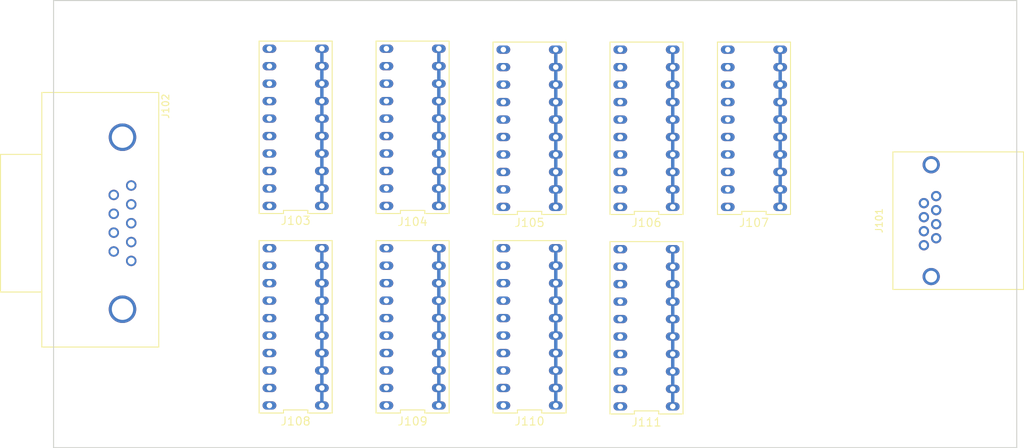
<source format=kicad_pcb>
(kicad_pcb (version 4) (host pcbnew 4.0.7)

  (general
    (links 172)
    (no_connects 172)
    (area 46.714999 39.924999 196.575001 105.075001)
    (thickness 1.6)
    (drawings 4)
    (tracks 18)
    (zones 0)
    (modules 11)
    (nets 19)
  )

  (page A4)
  (layers
    (0 F.Cu signal)
    (31 B.Cu signal)
    (32 B.Adhes user)
    (33 F.Adhes user)
    (34 B.Paste user)
    (35 F.Paste user)
    (36 B.SilkS user)
    (37 F.SilkS user)
    (38 B.Mask user)
    (39 F.Mask user)
    (40 Dwgs.User user)
    (41 Cmts.User user)
    (42 Eco1.User user)
    (43 Eco2.User user)
    (44 Edge.Cuts user)
    (45 Margin user)
    (46 B.CrtYd user)
    (47 F.CrtYd user)
    (48 B.Fab user)
    (49 F.Fab user)
  )

  (setup
    (last_trace_width 0.25)
    (trace_clearance 0.2)
    (zone_clearance 0.508)
    (zone_45_only no)
    (trace_min 0.2)
    (segment_width 0.2)
    (edge_width 0.15)
    (via_size 0.6)
    (via_drill 0.4)
    (via_min_size 0.4)
    (via_min_drill 0.3)
    (uvia_size 0.3)
    (uvia_drill 0.1)
    (uvias_allowed no)
    (uvia_min_size 0.2)
    (uvia_min_drill 0.1)
    (pcb_text_width 0.3)
    (pcb_text_size 1.5 1.5)
    (mod_edge_width 0.15)
    (mod_text_size 1 1)
    (mod_text_width 0.15)
    (pad_size 1.524 1.524)
    (pad_drill 0.762)
    (pad_to_mask_clearance 0.2)
    (aux_axis_origin 0 0)
    (visible_elements 7FFFFFFF)
    (pcbplotparams
      (layerselection 0x00030_80000001)
      (usegerberextensions false)
      (excludeedgelayer true)
      (linewidth 0.100000)
      (plotframeref false)
      (viasonmask false)
      (mode 1)
      (useauxorigin false)
      (hpglpennumber 1)
      (hpglpenspeed 20)
      (hpglpendiameter 15)
      (hpglpenoverlay 2)
      (psnegative false)
      (psa4output false)
      (plotreference true)
      (plotvalue true)
      (plotinvisibletext false)
      (padsonsilk false)
      (subtractmaskfromsilk false)
      (outputformat 1)
      (mirror false)
      (drillshape 1)
      (scaleselection 1)
      (outputdirectory ""))
  )

  (net 0 "")
  (net 1 /eth8)
  (net 2 /eth7)
  (net 3 /eth6)
  (net 4 /eth5)
  (net 5 /eth4)
  (net 6 /eth3)
  (net 7 /eth2)
  (net 8 /eth1)
  (net 9 /eth9)
  (net 10 /DB5)
  (net 11 /DB4)
  (net 12 /DB3)
  (net 13 /DB2)
  (net 14 /DB1)
  (net 15 /DB6)
  (net 16 /DB7)
  (net 17 /DB8)
  (net 18 /DB9)

  (net_class Default "Dies ist die voreingestellte Netzklasse."
    (clearance 0.2)
    (trace_width 0.25)
    (via_dia 0.6)
    (via_drill 0.4)
    (uvia_dia 0.3)
    (uvia_drill 0.1)
  )

  (net_class Alle ""
    (clearance 0.5)
    (trace_width 0.5)
    (via_dia 0.6)
    (via_drill 0.4)
    (uvia_dia 0.3)
    (uvia_drill 0.1)
    (add_net /DB1)
    (add_net /DB2)
    (add_net /DB3)
    (add_net /DB4)
    (add_net /DB5)
    (add_net /DB6)
    (add_net /DB7)
    (add_net /DB8)
    (add_net /DB9)
    (add_net /eth1)
    (add_net /eth2)
    (add_net /eth3)
    (add_net /eth4)
    (add_net /eth5)
    (add_net /eth6)
    (add_net /eth7)
    (add_net /eth8)
    (add_net /eth9)
  )

  (module EigeneFootprints:DIP-20_0_ELL (layer F.Cu) (tedit 0) (tstamp 5A9888A1)
    (at 107.19 58.43 90)
    (path /5A987A7F)
    (fp_text reference J104 (at -13.73 0 180) (layer F.SilkS)
      (effects (font (size 1.2 1.2) (thickness 0.15)))
    )
    (fp_text value Conn_02x10_Odd_Even (at 0 0 90) (layer F.Fab)
      (effects (font (size 1.2 1.2) (thickness 0.15)))
    )
    (fp_line (start -12.53 5.309999) (end 12.53 5.31) (layer F.SilkS) (width 0.15))
    (fp_line (start 12.53 5.31) (end 12.53 -5.309999) (layer F.SilkS) (width 0.15))
    (fp_line (start 12.53 -5.309999) (end -12.53 -5.31) (layer F.SilkS) (width 0.15))
    (fp_line (start -12.53 -5.31) (end -12.53 -1.77) (layer F.SilkS) (width 0.15))
    (fp_line (start -12.53 -1.77) (end -12.08 -1.77) (layer F.SilkS) (width 0.15))
    (fp_line (start -12.08 -1.77) (end -12.08 1.769999) (layer F.SilkS) (width 0.15))
    (fp_line (start -12.08 1.769999) (end -12.53 1.769999) (layer F.SilkS) (width 0.15))
    (fp_line (start -12.53 1.769999) (end -12.53 5.309999) (layer F.SilkS) (width 0.15))
    (pad 20 thru_hole oval (at -11.43 -3.81 90) (size 1.2 2) (drill 0.8) (layers *.Cu *.Mask))
    (pad 1 thru_hole oval (at -11.43 3.81 90) (size 1.2 2) (drill 0.8) (layers *.Cu *.Mask)
      (net 4 /eth5))
    (pad 19 thru_hole oval (at -8.89 -3.81 90) (size 1.2 2) (drill 0.8) (layers *.Cu *.Mask)
      (net 14 /DB1))
    (pad 2 thru_hole oval (at -8.89 3.81 90) (size 1.2 2) (drill 0.8) (layers *.Cu *.Mask)
      (net 4 /eth5))
    (pad 18 thru_hole oval (at -6.35 -3.81 90) (size 1.2 2) (drill 0.8) (layers *.Cu *.Mask)
      (net 13 /DB2))
    (pad 3 thru_hole oval (at -6.35 3.81 90) (size 1.2 2) (drill 0.8) (layers *.Cu *.Mask)
      (net 4 /eth5))
    (pad 17 thru_hole oval (at -3.81 -3.81 90) (size 1.2 2) (drill 0.8) (layers *.Cu *.Mask)
      (net 12 /DB3))
    (pad 4 thru_hole oval (at -3.81 3.81 90) (size 1.2 2) (drill 0.8) (layers *.Cu *.Mask)
      (net 4 /eth5))
    (pad 16 thru_hole oval (at -1.27 -3.81 90) (size 1.2 2) (drill 0.8) (layers *.Cu *.Mask)
      (net 11 /DB4))
    (pad 5 thru_hole oval (at -1.27 3.81 90) (size 1.2 2) (drill 0.8) (layers *.Cu *.Mask)
      (net 4 /eth5))
    (pad 15 thru_hole oval (at 1.27 -3.81 90) (size 1.2 2) (drill 0.8) (layers *.Cu *.Mask)
      (net 10 /DB5))
    (pad 6 thru_hole oval (at 1.27 3.81 90) (size 1.2 2) (drill 0.8) (layers *.Cu *.Mask)
      (net 4 /eth5))
    (pad 14 thru_hole oval (at 3.81 -3.81 90) (size 1.2 2) (drill 0.8) (layers *.Cu *.Mask)
      (net 15 /DB6))
    (pad 7 thru_hole oval (at 3.81 3.81 90) (size 1.2 2) (drill 0.8) (layers *.Cu *.Mask)
      (net 4 /eth5))
    (pad 13 thru_hole oval (at 6.35 -3.81 90) (size 1.2 2) (drill 0.8) (layers *.Cu *.Mask)
      (net 16 /DB7))
    (pad 8 thru_hole oval (at 6.35 3.81 90) (size 1.2 2) (drill 0.8) (layers *.Cu *.Mask)
      (net 4 /eth5))
    (pad 12 thru_hole oval (at 8.89 -3.81 90) (size 1.2 2) (drill 0.8) (layers *.Cu *.Mask)
      (net 17 /DB8))
    (pad 9 thru_hole oval (at 8.89 3.81 90) (size 1.2 2) (drill 0.8) (layers *.Cu *.Mask)
      (net 4 /eth5))
    (pad 11 thru_hole oval (at 11.43 -3.81 90) (size 1.2 2) (drill 0.8) (layers *.Cu *.Mask)
      (net 18 /DB9))
    (pad 10 thru_hole oval (at 11.43 3.81 90) (size 1.2 2) (drill 0.8) (layers *.Cu *.Mask)
      (net 4 /eth5))
  )

  (module EigeneFootprints:DIP-20_0_ELL (layer F.Cu) (tedit 0) (tstamp 5A988941)
    (at 107.19 87.43 90)
    (path /5A987B7B)
    (fp_text reference J109 (at -13.73 0 180) (layer F.SilkS)
      (effects (font (size 1.2 1.2) (thickness 0.15)))
    )
    (fp_text value Conn_02x10_Odd_Even (at 0 0 270) (layer F.Fab)
      (effects (font (size 1.2 1.2) (thickness 0.15)))
    )
    (fp_line (start -12.53 5.309999) (end 12.53 5.31) (layer F.SilkS) (width 0.15))
    (fp_line (start 12.53 5.31) (end 12.53 -5.309999) (layer F.SilkS) (width 0.15))
    (fp_line (start 12.53 -5.309999) (end -12.53 -5.31) (layer F.SilkS) (width 0.15))
    (fp_line (start -12.53 -5.31) (end -12.53 -1.77) (layer F.SilkS) (width 0.15))
    (fp_line (start -12.53 -1.77) (end -12.08 -1.77) (layer F.SilkS) (width 0.15))
    (fp_line (start -12.08 -1.77) (end -12.08 1.769999) (layer F.SilkS) (width 0.15))
    (fp_line (start -12.08 1.769999) (end -12.53 1.769999) (layer F.SilkS) (width 0.15))
    (fp_line (start -12.53 1.769999) (end -12.53 5.309999) (layer F.SilkS) (width 0.15))
    (pad 20 thru_hole oval (at -11.43 -3.81 90) (size 1.2 2) (drill 0.8) (layers *.Cu *.Mask))
    (pad 1 thru_hole oval (at -11.43 3.81 90) (size 1.2 2) (drill 0.8) (layers *.Cu *.Mask)
      (net 2 /eth7))
    (pad 19 thru_hole oval (at -8.89 -3.81 90) (size 1.2 2) (drill 0.8) (layers *.Cu *.Mask)
      (net 14 /DB1))
    (pad 2 thru_hole oval (at -8.89 3.81 90) (size 1.2 2) (drill 0.8) (layers *.Cu *.Mask)
      (net 2 /eth7))
    (pad 18 thru_hole oval (at -6.35 -3.81 90) (size 1.2 2) (drill 0.8) (layers *.Cu *.Mask)
      (net 13 /DB2))
    (pad 3 thru_hole oval (at -6.35 3.81 90) (size 1.2 2) (drill 0.8) (layers *.Cu *.Mask)
      (net 2 /eth7))
    (pad 17 thru_hole oval (at -3.81 -3.81 90) (size 1.2 2) (drill 0.8) (layers *.Cu *.Mask)
      (net 12 /DB3))
    (pad 4 thru_hole oval (at -3.81 3.81 90) (size 1.2 2) (drill 0.8) (layers *.Cu *.Mask)
      (net 2 /eth7))
    (pad 16 thru_hole oval (at -1.27 -3.81 90) (size 1.2 2) (drill 0.8) (layers *.Cu *.Mask)
      (net 11 /DB4))
    (pad 5 thru_hole oval (at -1.27 3.81 90) (size 1.2 2) (drill 0.8) (layers *.Cu *.Mask)
      (net 2 /eth7))
    (pad 15 thru_hole oval (at 1.27 -3.81 90) (size 1.2 2) (drill 0.8) (layers *.Cu *.Mask)
      (net 10 /DB5))
    (pad 6 thru_hole oval (at 1.27 3.81 90) (size 1.2 2) (drill 0.8) (layers *.Cu *.Mask)
      (net 2 /eth7))
    (pad 14 thru_hole oval (at 3.81 -3.81 90) (size 1.2 2) (drill 0.8) (layers *.Cu *.Mask)
      (net 15 /DB6))
    (pad 7 thru_hole oval (at 3.81 3.81 90) (size 1.2 2) (drill 0.8) (layers *.Cu *.Mask)
      (net 2 /eth7))
    (pad 13 thru_hole oval (at 6.35 -3.81 90) (size 1.2 2) (drill 0.8) (layers *.Cu *.Mask)
      (net 16 /DB7))
    (pad 8 thru_hole oval (at 6.35 3.81 90) (size 1.2 2) (drill 0.8) (layers *.Cu *.Mask)
      (net 2 /eth7))
    (pad 12 thru_hole oval (at 8.89 -3.81 90) (size 1.2 2) (drill 0.8) (layers *.Cu *.Mask)
      (net 17 /DB8))
    (pad 9 thru_hole oval (at 8.89 3.81 90) (size 1.2 2) (drill 0.8) (layers *.Cu *.Mask)
      (net 2 /eth7))
    (pad 11 thru_hole oval (at 11.43 -3.81 90) (size 1.2 2) (drill 0.8) (layers *.Cu *.Mask)
      (net 18 /DB9))
    (pad 10 thru_hole oval (at 11.43 3.81 90) (size 1.2 2) (drill 0.8) (layers *.Cu *.Mask)
      (net 2 /eth7))
  )

  (module EigeneFootprints:DIP-20_0_ELL (layer F.Cu) (tedit 0) (tstamp 5A988881)
    (at 90.19 58.43 90)
    (path /5A987A31)
    (fp_text reference J103 (at -13.57 0 180) (layer F.SilkS)
      (effects (font (size 1.2 1.2) (thickness 0.15)))
    )
    (fp_text value Conn_02x10_Odd_Even (at 0 0 90) (layer F.Fab)
      (effects (font (size 1.2 1.2) (thickness 0.15)))
    )
    (fp_line (start -12.53 5.309999) (end 12.53 5.31) (layer F.SilkS) (width 0.15))
    (fp_line (start 12.53 5.31) (end 12.53 -5.309999) (layer F.SilkS) (width 0.15))
    (fp_line (start 12.53 -5.309999) (end -12.53 -5.31) (layer F.SilkS) (width 0.15))
    (fp_line (start -12.53 -5.31) (end -12.53 -1.77) (layer F.SilkS) (width 0.15))
    (fp_line (start -12.53 -1.77) (end -12.08 -1.77) (layer F.SilkS) (width 0.15))
    (fp_line (start -12.08 -1.77) (end -12.08 1.769999) (layer F.SilkS) (width 0.15))
    (fp_line (start -12.08 1.769999) (end -12.53 1.769999) (layer F.SilkS) (width 0.15))
    (fp_line (start -12.53 1.769999) (end -12.53 5.309999) (layer F.SilkS) (width 0.15))
    (pad 20 thru_hole oval (at -11.43 -3.81 90) (size 1.2 2) (drill 0.8) (layers *.Cu *.Mask))
    (pad 1 thru_hole oval (at -11.43 3.81 90) (size 1.2 2) (drill 0.8) (layers *.Cu *.Mask)
      (net 5 /eth4))
    (pad 19 thru_hole oval (at -8.89 -3.81 90) (size 1.2 2) (drill 0.8) (layers *.Cu *.Mask)
      (net 14 /DB1))
    (pad 2 thru_hole oval (at -8.89 3.81 90) (size 1.2 2) (drill 0.8) (layers *.Cu *.Mask)
      (net 5 /eth4))
    (pad 18 thru_hole oval (at -6.35 -3.81 90) (size 1.2 2) (drill 0.8) (layers *.Cu *.Mask)
      (net 13 /DB2))
    (pad 3 thru_hole oval (at -6.35 3.81 90) (size 1.2 2) (drill 0.8) (layers *.Cu *.Mask)
      (net 5 /eth4))
    (pad 17 thru_hole oval (at -3.81 -3.81 90) (size 1.2 2) (drill 0.8) (layers *.Cu *.Mask)
      (net 12 /DB3))
    (pad 4 thru_hole oval (at -3.81 3.81 90) (size 1.2 2) (drill 0.8) (layers *.Cu *.Mask)
      (net 5 /eth4))
    (pad 16 thru_hole oval (at -1.27 -3.81 90) (size 1.2 2) (drill 0.8) (layers *.Cu *.Mask)
      (net 11 /DB4))
    (pad 5 thru_hole oval (at -1.27 3.81 90) (size 1.2 2) (drill 0.8) (layers *.Cu *.Mask)
      (net 5 /eth4))
    (pad 15 thru_hole oval (at 1.27 -3.81 90) (size 1.2 2) (drill 0.8) (layers *.Cu *.Mask)
      (net 10 /DB5))
    (pad 6 thru_hole oval (at 1.27 3.81 90) (size 1.2 2) (drill 0.8) (layers *.Cu *.Mask)
      (net 5 /eth4))
    (pad 14 thru_hole oval (at 3.81 -3.81 90) (size 1.2 2) (drill 0.8) (layers *.Cu *.Mask)
      (net 15 /DB6))
    (pad 7 thru_hole oval (at 3.81 3.81 90) (size 1.2 2) (drill 0.8) (layers *.Cu *.Mask)
      (net 5 /eth4))
    (pad 13 thru_hole oval (at 6.35 -3.81 90) (size 1.2 2) (drill 0.8) (layers *.Cu *.Mask)
      (net 16 /DB7))
    (pad 8 thru_hole oval (at 6.35 3.81 90) (size 1.2 2) (drill 0.8) (layers *.Cu *.Mask)
      (net 5 /eth4))
    (pad 12 thru_hole oval (at 8.89 -3.81 90) (size 1.2 2) (drill 0.8) (layers *.Cu *.Mask)
      (net 17 /DB8))
    (pad 9 thru_hole oval (at 8.89 3.81 90) (size 1.2 2) (drill 0.8) (layers *.Cu *.Mask)
      (net 5 /eth4))
    (pad 11 thru_hole oval (at 11.43 -3.81 90) (size 1.2 2) (drill 0.8) (layers *.Cu *.Mask)
      (net 18 /DB9))
    (pad 10 thru_hole oval (at 11.43 3.81 90) (size 1.2 2) (drill 0.8) (layers *.Cu *.Mask)
      (net 5 /eth4))
  )

  (module EigeneFootprints:DIP-20_0_ELL (layer F.Cu) (tedit 0) (tstamp 5A988921)
    (at 90.19 87.43 90)
    (path /5A987BD7)
    (fp_text reference J108 (at -13.73 0 180) (layer F.SilkS)
      (effects (font (size 1.2 1.2) (thickness 0.15)))
    )
    (fp_text value Conn_02x10_Odd_Even (at 0 0 90) (layer F.Fab)
      (effects (font (size 1.2 1.2) (thickness 0.15)))
    )
    (fp_line (start -12.53 5.309999) (end 12.53 5.31) (layer F.SilkS) (width 0.15))
    (fp_line (start 12.53 5.31) (end 12.53 -5.309999) (layer F.SilkS) (width 0.15))
    (fp_line (start 12.53 -5.309999) (end -12.53 -5.31) (layer F.SilkS) (width 0.15))
    (fp_line (start -12.53 -5.31) (end -12.53 -1.77) (layer F.SilkS) (width 0.15))
    (fp_line (start -12.53 -1.77) (end -12.08 -1.77) (layer F.SilkS) (width 0.15))
    (fp_line (start -12.08 -1.77) (end -12.08 1.769999) (layer F.SilkS) (width 0.15))
    (fp_line (start -12.08 1.769999) (end -12.53 1.769999) (layer F.SilkS) (width 0.15))
    (fp_line (start -12.53 1.769999) (end -12.53 5.309999) (layer F.SilkS) (width 0.15))
    (pad 20 thru_hole oval (at -11.43 -3.81 90) (size 1.2 2) (drill 0.8) (layers *.Cu *.Mask))
    (pad 1 thru_hole oval (at -11.43 3.81 90) (size 1.2 2) (drill 0.8) (layers *.Cu *.Mask)
      (net 3 /eth6))
    (pad 19 thru_hole oval (at -8.89 -3.81 90) (size 1.2 2) (drill 0.8) (layers *.Cu *.Mask)
      (net 14 /DB1))
    (pad 2 thru_hole oval (at -8.89 3.81 90) (size 1.2 2) (drill 0.8) (layers *.Cu *.Mask)
      (net 3 /eth6))
    (pad 18 thru_hole oval (at -6.35 -3.81 90) (size 1.2 2) (drill 0.8) (layers *.Cu *.Mask)
      (net 13 /DB2))
    (pad 3 thru_hole oval (at -6.35 3.81 90) (size 1.2 2) (drill 0.8) (layers *.Cu *.Mask)
      (net 3 /eth6))
    (pad 17 thru_hole oval (at -3.81 -3.81 90) (size 1.2 2) (drill 0.8) (layers *.Cu *.Mask)
      (net 12 /DB3))
    (pad 4 thru_hole oval (at -3.81 3.81 90) (size 1.2 2) (drill 0.8) (layers *.Cu *.Mask)
      (net 3 /eth6))
    (pad 16 thru_hole oval (at -1.27 -3.81 90) (size 1.2 2) (drill 0.8) (layers *.Cu *.Mask)
      (net 11 /DB4))
    (pad 5 thru_hole oval (at -1.27 3.81 90) (size 1.2 2) (drill 0.8) (layers *.Cu *.Mask)
      (net 3 /eth6))
    (pad 15 thru_hole oval (at 1.27 -3.81 90) (size 1.2 2) (drill 0.8) (layers *.Cu *.Mask)
      (net 10 /DB5))
    (pad 6 thru_hole oval (at 1.27 3.81 90) (size 1.2 2) (drill 0.8) (layers *.Cu *.Mask)
      (net 3 /eth6))
    (pad 14 thru_hole oval (at 3.81 -3.81 90) (size 1.2 2) (drill 0.8) (layers *.Cu *.Mask)
      (net 15 /DB6))
    (pad 7 thru_hole oval (at 3.81 3.81 90) (size 1.2 2) (drill 0.8) (layers *.Cu *.Mask)
      (net 3 /eth6))
    (pad 13 thru_hole oval (at 6.35 -3.81 90) (size 1.2 2) (drill 0.8) (layers *.Cu *.Mask)
      (net 16 /DB7))
    (pad 8 thru_hole oval (at 6.35 3.81 90) (size 1.2 2) (drill 0.8) (layers *.Cu *.Mask)
      (net 3 /eth6))
    (pad 12 thru_hole oval (at 8.89 -3.81 90) (size 1.2 2) (drill 0.8) (layers *.Cu *.Mask)
      (net 17 /DB8))
    (pad 9 thru_hole oval (at 8.89 3.81 90) (size 1.2 2) (drill 0.8) (layers *.Cu *.Mask)
      (net 3 /eth6))
    (pad 11 thru_hole oval (at 11.43 -3.81 90) (size 1.2 2) (drill 0.8) (layers *.Cu *.Mask)
      (net 18 /DB9))
    (pad 10 thru_hole oval (at 11.43 3.81 90) (size 1.2 2) (drill 0.8) (layers *.Cu *.Mask)
      (net 3 /eth6))
  )

  (module EigeneFootprints:DIP-20_0_ELL (layer F.Cu) (tedit 0) (tstamp 5A9888E1)
    (at 141.19 58.57 90)
    (path /5A9879B2)
    (fp_text reference J106 (at -13.73 0 180) (layer F.SilkS)
      (effects (font (size 1.2 1.2) (thickness 0.15)))
    )
    (fp_text value Conn_02x10_Odd_Even (at 0 0 90) (layer F.Fab)
      (effects (font (size 1.2 1.2) (thickness 0.15)))
    )
    (fp_line (start -12.53 5.309999) (end 12.53 5.31) (layer F.SilkS) (width 0.15))
    (fp_line (start 12.53 5.31) (end 12.53 -5.309999) (layer F.SilkS) (width 0.15))
    (fp_line (start 12.53 -5.309999) (end -12.53 -5.31) (layer F.SilkS) (width 0.15))
    (fp_line (start -12.53 -5.31) (end -12.53 -1.77) (layer F.SilkS) (width 0.15))
    (fp_line (start -12.53 -1.77) (end -12.08 -1.77) (layer F.SilkS) (width 0.15))
    (fp_line (start -12.08 -1.77) (end -12.08 1.769999) (layer F.SilkS) (width 0.15))
    (fp_line (start -12.08 1.769999) (end -12.53 1.769999) (layer F.SilkS) (width 0.15))
    (fp_line (start -12.53 1.769999) (end -12.53 5.309999) (layer F.SilkS) (width 0.15))
    (pad 20 thru_hole oval (at -11.43 -3.81 90) (size 1.2 2) (drill 0.8) (layers *.Cu *.Mask))
    (pad 1 thru_hole oval (at -11.43 3.81 90) (size 1.2 2) (drill 0.8) (layers *.Cu *.Mask)
      (net 7 /eth2))
    (pad 19 thru_hole oval (at -8.89 -3.81 90) (size 1.2 2) (drill 0.8) (layers *.Cu *.Mask)
      (net 14 /DB1))
    (pad 2 thru_hole oval (at -8.89 3.81 90) (size 1.2 2) (drill 0.8) (layers *.Cu *.Mask)
      (net 7 /eth2))
    (pad 18 thru_hole oval (at -6.35 -3.81 90) (size 1.2 2) (drill 0.8) (layers *.Cu *.Mask)
      (net 13 /DB2))
    (pad 3 thru_hole oval (at -6.35 3.81 90) (size 1.2 2) (drill 0.8) (layers *.Cu *.Mask)
      (net 7 /eth2))
    (pad 17 thru_hole oval (at -3.81 -3.81 90) (size 1.2 2) (drill 0.8) (layers *.Cu *.Mask)
      (net 12 /DB3))
    (pad 4 thru_hole oval (at -3.81 3.81 90) (size 1.2 2) (drill 0.8) (layers *.Cu *.Mask)
      (net 7 /eth2))
    (pad 16 thru_hole oval (at -1.27 -3.81 90) (size 1.2 2) (drill 0.8) (layers *.Cu *.Mask)
      (net 11 /DB4))
    (pad 5 thru_hole oval (at -1.27 3.81 90) (size 1.2 2) (drill 0.8) (layers *.Cu *.Mask)
      (net 7 /eth2))
    (pad 15 thru_hole oval (at 1.27 -3.81 90) (size 1.2 2) (drill 0.8) (layers *.Cu *.Mask)
      (net 10 /DB5))
    (pad 6 thru_hole oval (at 1.27 3.81 90) (size 1.2 2) (drill 0.8) (layers *.Cu *.Mask)
      (net 7 /eth2))
    (pad 14 thru_hole oval (at 3.81 -3.81 90) (size 1.2 2) (drill 0.8) (layers *.Cu *.Mask)
      (net 15 /DB6))
    (pad 7 thru_hole oval (at 3.81 3.81 90) (size 1.2 2) (drill 0.8) (layers *.Cu *.Mask)
      (net 7 /eth2))
    (pad 13 thru_hole oval (at 6.35 -3.81 90) (size 1.2 2) (drill 0.8) (layers *.Cu *.Mask)
      (net 16 /DB7))
    (pad 8 thru_hole oval (at 6.35 3.81 90) (size 1.2 2) (drill 0.8) (layers *.Cu *.Mask)
      (net 7 /eth2))
    (pad 12 thru_hole oval (at 8.89 -3.81 90) (size 1.2 2) (drill 0.8) (layers *.Cu *.Mask)
      (net 17 /DB8))
    (pad 9 thru_hole oval (at 8.89 3.81 90) (size 1.2 2) (drill 0.8) (layers *.Cu *.Mask)
      (net 7 /eth2))
    (pad 11 thru_hole oval (at 11.43 -3.81 90) (size 1.2 2) (drill 0.8) (layers *.Cu *.Mask)
      (net 18 /DB9))
    (pad 10 thru_hole oval (at 11.43 3.81 90) (size 1.2 2) (drill 0.8) (layers *.Cu *.Mask)
      (net 7 /eth2))
  )

  (module EigeneFootprints:DIP-20_0_ELL (layer F.Cu) (tedit 0) (tstamp 5A9888C1)
    (at 124.19 58.57 90)
    (path /5A777D11)
    (fp_text reference J105 (at -13.73 0 180) (layer F.SilkS)
      (effects (font (size 1.2 1.2) (thickness 0.15)))
    )
    (fp_text value Conn_02x10_Odd_Even (at 0 0 90) (layer F.Fab)
      (effects (font (size 1.2 1.2) (thickness 0.15)))
    )
    (fp_line (start -12.53 5.309999) (end 12.53 5.31) (layer F.SilkS) (width 0.15))
    (fp_line (start 12.53 5.31) (end 12.53 -5.309999) (layer F.SilkS) (width 0.15))
    (fp_line (start 12.53 -5.309999) (end -12.53 -5.31) (layer F.SilkS) (width 0.15))
    (fp_line (start -12.53 -5.31) (end -12.53 -1.77) (layer F.SilkS) (width 0.15))
    (fp_line (start -12.53 -1.77) (end -12.08 -1.77) (layer F.SilkS) (width 0.15))
    (fp_line (start -12.08 -1.77) (end -12.08 1.769999) (layer F.SilkS) (width 0.15))
    (fp_line (start -12.08 1.769999) (end -12.53 1.769999) (layer F.SilkS) (width 0.15))
    (fp_line (start -12.53 1.769999) (end -12.53 5.309999) (layer F.SilkS) (width 0.15))
    (pad 20 thru_hole oval (at -11.43 -3.81 90) (size 1.2 2) (drill 0.8) (layers *.Cu *.Mask))
    (pad 1 thru_hole oval (at -11.43 3.81 90) (size 1.2 2) (drill 0.8) (layers *.Cu *.Mask)
      (net 8 /eth1))
    (pad 19 thru_hole oval (at -8.89 -3.81 90) (size 1.2 2) (drill 0.8) (layers *.Cu *.Mask)
      (net 14 /DB1))
    (pad 2 thru_hole oval (at -8.89 3.81 90) (size 1.2 2) (drill 0.8) (layers *.Cu *.Mask)
      (net 8 /eth1))
    (pad 18 thru_hole oval (at -6.35 -3.81 90) (size 1.2 2) (drill 0.8) (layers *.Cu *.Mask)
      (net 13 /DB2))
    (pad 3 thru_hole oval (at -6.35 3.81 90) (size 1.2 2) (drill 0.8) (layers *.Cu *.Mask)
      (net 8 /eth1))
    (pad 17 thru_hole oval (at -3.81 -3.81 90) (size 1.2 2) (drill 0.8) (layers *.Cu *.Mask)
      (net 12 /DB3))
    (pad 4 thru_hole oval (at -3.81 3.81 90) (size 1.2 2) (drill 0.8) (layers *.Cu *.Mask)
      (net 8 /eth1))
    (pad 16 thru_hole oval (at -1.27 -3.81 90) (size 1.2 2) (drill 0.8) (layers *.Cu *.Mask)
      (net 11 /DB4))
    (pad 5 thru_hole oval (at -1.27 3.81 90) (size 1.2 2) (drill 0.8) (layers *.Cu *.Mask)
      (net 8 /eth1))
    (pad 15 thru_hole oval (at 1.27 -3.81 90) (size 1.2 2) (drill 0.8) (layers *.Cu *.Mask)
      (net 10 /DB5))
    (pad 6 thru_hole oval (at 1.27 3.81 90) (size 1.2 2) (drill 0.8) (layers *.Cu *.Mask)
      (net 8 /eth1))
    (pad 14 thru_hole oval (at 3.81 -3.81 90) (size 1.2 2) (drill 0.8) (layers *.Cu *.Mask)
      (net 15 /DB6))
    (pad 7 thru_hole oval (at 3.81 3.81 90) (size 1.2 2) (drill 0.8) (layers *.Cu *.Mask)
      (net 8 /eth1))
    (pad 13 thru_hole oval (at 6.35 -3.81 90) (size 1.2 2) (drill 0.8) (layers *.Cu *.Mask)
      (net 16 /DB7))
    (pad 8 thru_hole oval (at 6.35 3.81 90) (size 1.2 2) (drill 0.8) (layers *.Cu *.Mask)
      (net 8 /eth1))
    (pad 12 thru_hole oval (at 8.89 -3.81 90) (size 1.2 2) (drill 0.8) (layers *.Cu *.Mask)
      (net 17 /DB8))
    (pad 9 thru_hole oval (at 8.89 3.81 90) (size 1.2 2) (drill 0.8) (layers *.Cu *.Mask)
      (net 8 /eth1))
    (pad 11 thru_hole oval (at 11.43 -3.81 90) (size 1.2 2) (drill 0.8) (layers *.Cu *.Mask)
      (net 18 /DB9))
    (pad 10 thru_hole oval (at 11.43 3.81 90) (size 1.2 2) (drill 0.8) (layers *.Cu *.Mask)
      (net 8 /eth1))
  )

  (module EigeneFootprints:DIP-20_0_ELL (layer F.Cu) (tedit 0) (tstamp 5A988981)
    (at 141.19 87.57 90)
    (path /5A987B1E)
    (fp_text reference J111 (at -13.73 0 180) (layer F.SilkS)
      (effects (font (size 1.2 1.2) (thickness 0.15)))
    )
    (fp_text value Conn_02x10_Odd_Even (at 0.43 0.19 90) (layer F.Fab)
      (effects (font (size 1.2 1.2) (thickness 0.15)))
    )
    (fp_line (start -12.53 5.309999) (end 12.53 5.31) (layer F.SilkS) (width 0.15))
    (fp_line (start 12.53 5.31) (end 12.53 -5.309999) (layer F.SilkS) (width 0.15))
    (fp_line (start 12.53 -5.309999) (end -12.53 -5.31) (layer F.SilkS) (width 0.15))
    (fp_line (start -12.53 -5.31) (end -12.53 -1.77) (layer F.SilkS) (width 0.15))
    (fp_line (start -12.53 -1.77) (end -12.08 -1.77) (layer F.SilkS) (width 0.15))
    (fp_line (start -12.08 -1.77) (end -12.08 1.769999) (layer F.SilkS) (width 0.15))
    (fp_line (start -12.08 1.769999) (end -12.53 1.769999) (layer F.SilkS) (width 0.15))
    (fp_line (start -12.53 1.769999) (end -12.53 5.309999) (layer F.SilkS) (width 0.15))
    (pad 20 thru_hole oval (at -11.43 -3.81 90) (size 1.2 2) (drill 0.8) (layers *.Cu *.Mask))
    (pad 1 thru_hole oval (at -11.43 3.81 90) (size 1.2 2) (drill 0.8) (layers *.Cu *.Mask)
      (net 1 /eth8))
    (pad 19 thru_hole oval (at -8.89 -3.81 90) (size 1.2 2) (drill 0.8) (layers *.Cu *.Mask)
      (net 14 /DB1))
    (pad 2 thru_hole oval (at -8.89 3.81 90) (size 1.2 2) (drill 0.8) (layers *.Cu *.Mask)
      (net 1 /eth8))
    (pad 18 thru_hole oval (at -6.35 -3.81 90) (size 1.2 2) (drill 0.8) (layers *.Cu *.Mask)
      (net 13 /DB2))
    (pad 3 thru_hole oval (at -6.35 3.81 90) (size 1.2 2) (drill 0.8) (layers *.Cu *.Mask)
      (net 1 /eth8))
    (pad 17 thru_hole oval (at -3.81 -3.81 90) (size 1.2 2) (drill 0.8) (layers *.Cu *.Mask)
      (net 12 /DB3))
    (pad 4 thru_hole oval (at -3.81 3.81 90) (size 1.2 2) (drill 0.8) (layers *.Cu *.Mask)
      (net 1 /eth8))
    (pad 16 thru_hole oval (at -1.27 -3.81 90) (size 1.2 2) (drill 0.8) (layers *.Cu *.Mask)
      (net 11 /DB4))
    (pad 5 thru_hole oval (at -1.27 3.81 90) (size 1.2 2) (drill 0.8) (layers *.Cu *.Mask)
      (net 1 /eth8))
    (pad 15 thru_hole oval (at 1.27 -3.81 90) (size 1.2 2) (drill 0.8) (layers *.Cu *.Mask)
      (net 10 /DB5))
    (pad 6 thru_hole oval (at 1.27 3.81 90) (size 1.2 2) (drill 0.8) (layers *.Cu *.Mask)
      (net 1 /eth8))
    (pad 14 thru_hole oval (at 3.81 -3.81 90) (size 1.2 2) (drill 0.8) (layers *.Cu *.Mask)
      (net 15 /DB6))
    (pad 7 thru_hole oval (at 3.81 3.81 90) (size 1.2 2) (drill 0.8) (layers *.Cu *.Mask)
      (net 1 /eth8))
    (pad 13 thru_hole oval (at 6.35 -3.81 90) (size 1.2 2) (drill 0.8) (layers *.Cu *.Mask)
      (net 16 /DB7))
    (pad 8 thru_hole oval (at 6.35 3.81 90) (size 1.2 2) (drill 0.8) (layers *.Cu *.Mask)
      (net 1 /eth8))
    (pad 12 thru_hole oval (at 8.89 -3.81 90) (size 1.2 2) (drill 0.8) (layers *.Cu *.Mask)
      (net 17 /DB8))
    (pad 9 thru_hole oval (at 8.89 3.81 90) (size 1.2 2) (drill 0.8) (layers *.Cu *.Mask)
      (net 1 /eth8))
    (pad 11 thru_hole oval (at 11.43 -3.81 90) (size 1.2 2) (drill 0.8) (layers *.Cu *.Mask)
      (net 18 /DB9))
    (pad 10 thru_hole oval (at 11.43 3.81 90) (size 1.2 2) (drill 0.8) (layers *.Cu *.Mask)
      (net 1 /eth8))
  )

  (module EigeneFootprints:DIP-20_0_ELL (layer F.Cu) (tedit 0) (tstamp 5A988901)
    (at 156.81 58.57 90)
    (path /5A9879F2)
    (fp_text reference J107 (at -13.73 0 180) (layer F.SilkS)
      (effects (font (size 1.2 1.2) (thickness 0.15)))
    )
    (fp_text value Conn_02x10_Odd_Even (at 0 0 90) (layer F.Fab)
      (effects (font (size 1.2 1.2) (thickness 0.15)))
    )
    (fp_line (start -12.53 5.309999) (end 12.53 5.31) (layer F.SilkS) (width 0.15))
    (fp_line (start 12.53 5.31) (end 12.53 -5.309999) (layer F.SilkS) (width 0.15))
    (fp_line (start 12.53 -5.309999) (end -12.53 -5.31) (layer F.SilkS) (width 0.15))
    (fp_line (start -12.53 -5.31) (end -12.53 -1.77) (layer F.SilkS) (width 0.15))
    (fp_line (start -12.53 -1.77) (end -12.08 -1.77) (layer F.SilkS) (width 0.15))
    (fp_line (start -12.08 -1.77) (end -12.08 1.769999) (layer F.SilkS) (width 0.15))
    (fp_line (start -12.08 1.769999) (end -12.53 1.769999) (layer F.SilkS) (width 0.15))
    (fp_line (start -12.53 1.769999) (end -12.53 5.309999) (layer F.SilkS) (width 0.15))
    (pad 20 thru_hole oval (at -11.43 -3.81 90) (size 1.2 2) (drill 0.8) (layers *.Cu *.Mask))
    (pad 1 thru_hole oval (at -11.43 3.81 90) (size 1.2 2) (drill 0.8) (layers *.Cu *.Mask)
      (net 6 /eth3))
    (pad 19 thru_hole oval (at -8.89 -3.81 90) (size 1.2 2) (drill 0.8) (layers *.Cu *.Mask)
      (net 14 /DB1))
    (pad 2 thru_hole oval (at -8.89 3.81 90) (size 1.2 2) (drill 0.8) (layers *.Cu *.Mask)
      (net 6 /eth3))
    (pad 18 thru_hole oval (at -6.35 -3.81 90) (size 1.2 2) (drill 0.8) (layers *.Cu *.Mask)
      (net 13 /DB2))
    (pad 3 thru_hole oval (at -6.35 3.81 90) (size 1.2 2) (drill 0.8) (layers *.Cu *.Mask)
      (net 6 /eth3))
    (pad 17 thru_hole oval (at -3.81 -3.81 90) (size 1.2 2) (drill 0.8) (layers *.Cu *.Mask)
      (net 12 /DB3))
    (pad 4 thru_hole oval (at -3.81 3.81 90) (size 1.2 2) (drill 0.8) (layers *.Cu *.Mask)
      (net 6 /eth3))
    (pad 16 thru_hole oval (at -1.27 -3.81 90) (size 1.2 2) (drill 0.8) (layers *.Cu *.Mask)
      (net 11 /DB4))
    (pad 5 thru_hole oval (at -1.27 3.81 90) (size 1.2 2) (drill 0.8) (layers *.Cu *.Mask)
      (net 6 /eth3))
    (pad 15 thru_hole oval (at 1.27 -3.81 90) (size 1.2 2) (drill 0.8) (layers *.Cu *.Mask)
      (net 10 /DB5))
    (pad 6 thru_hole oval (at 1.27 3.81 90) (size 1.2 2) (drill 0.8) (layers *.Cu *.Mask)
      (net 6 /eth3))
    (pad 14 thru_hole oval (at 3.81 -3.81 90) (size 1.2 2) (drill 0.8) (layers *.Cu *.Mask)
      (net 15 /DB6))
    (pad 7 thru_hole oval (at 3.81 3.81 90) (size 1.2 2) (drill 0.8) (layers *.Cu *.Mask)
      (net 6 /eth3))
    (pad 13 thru_hole oval (at 6.35 -3.81 90) (size 1.2 2) (drill 0.8) (layers *.Cu *.Mask)
      (net 16 /DB7))
    (pad 8 thru_hole oval (at 6.35 3.81 90) (size 1.2 2) (drill 0.8) (layers *.Cu *.Mask)
      (net 6 /eth3))
    (pad 12 thru_hole oval (at 8.89 -3.81 90) (size 1.2 2) (drill 0.8) (layers *.Cu *.Mask)
      (net 17 /DB8))
    (pad 9 thru_hole oval (at 8.89 3.81 90) (size 1.2 2) (drill 0.8) (layers *.Cu *.Mask)
      (net 6 /eth3))
    (pad 11 thru_hole oval (at 11.43 -3.81 90) (size 1.2 2) (drill 0.8) (layers *.Cu *.Mask)
      (net 18 /DB9))
    (pad 10 thru_hole oval (at 11.43 3.81 90) (size 1.2 2) (drill 0.8) (layers *.Cu *.Mask)
      (net 6 /eth3))
  )

  (module EigeneFootprints:DIP-20_0_ELL (layer F.Cu) (tedit 0) (tstamp 5A988961)
    (at 124.19 87.43 90)
    (path /5A987AC4)
    (fp_text reference J110 (at -13.73 0 180) (layer F.SilkS)
      (effects (font (size 1.2 1.2) (thickness 0.15)))
    )
    (fp_text value Conn_02x10_Odd_Even (at 0 0 90) (layer F.Fab)
      (effects (font (size 1.2 1.2) (thickness 0.15)))
    )
    (fp_line (start -12.53 5.309999) (end 12.53 5.31) (layer F.SilkS) (width 0.15))
    (fp_line (start 12.53 5.31) (end 12.53 -5.309999) (layer F.SilkS) (width 0.15))
    (fp_line (start 12.53 -5.309999) (end -12.53 -5.31) (layer F.SilkS) (width 0.15))
    (fp_line (start -12.53 -5.31) (end -12.53 -1.77) (layer F.SilkS) (width 0.15))
    (fp_line (start -12.53 -1.77) (end -12.08 -1.77) (layer F.SilkS) (width 0.15))
    (fp_line (start -12.08 -1.77) (end -12.08 1.769999) (layer F.SilkS) (width 0.15))
    (fp_line (start -12.08 1.769999) (end -12.53 1.769999) (layer F.SilkS) (width 0.15))
    (fp_line (start -12.53 1.769999) (end -12.53 5.309999) (layer F.SilkS) (width 0.15))
    (pad 20 thru_hole oval (at -11.43 -3.81 90) (size 1.2 2) (drill 0.8) (layers *.Cu *.Mask))
    (pad 1 thru_hole oval (at -11.43 3.81 90) (size 1.2 2) (drill 0.8) (layers *.Cu *.Mask)
      (net 9 /eth9))
    (pad 19 thru_hole oval (at -8.89 -3.81 90) (size 1.2 2) (drill 0.8) (layers *.Cu *.Mask)
      (net 14 /DB1))
    (pad 2 thru_hole oval (at -8.89 3.81 90) (size 1.2 2) (drill 0.8) (layers *.Cu *.Mask)
      (net 9 /eth9))
    (pad 18 thru_hole oval (at -6.35 -3.81 90) (size 1.2 2) (drill 0.8) (layers *.Cu *.Mask)
      (net 13 /DB2))
    (pad 3 thru_hole oval (at -6.35 3.81 90) (size 1.2 2) (drill 0.8) (layers *.Cu *.Mask)
      (net 9 /eth9))
    (pad 17 thru_hole oval (at -3.81 -3.81 90) (size 1.2 2) (drill 0.8) (layers *.Cu *.Mask)
      (net 12 /DB3))
    (pad 4 thru_hole oval (at -3.81 3.81 90) (size 1.2 2) (drill 0.8) (layers *.Cu *.Mask)
      (net 9 /eth9))
    (pad 16 thru_hole oval (at -1.27 -3.81 90) (size 1.2 2) (drill 0.8) (layers *.Cu *.Mask)
      (net 11 /DB4))
    (pad 5 thru_hole oval (at -1.27 3.81 90) (size 1.2 2) (drill 0.8) (layers *.Cu *.Mask)
      (net 9 /eth9))
    (pad 15 thru_hole oval (at 1.27 -3.81 90) (size 1.2 2) (drill 0.8) (layers *.Cu *.Mask)
      (net 10 /DB5))
    (pad 6 thru_hole oval (at 1.27 3.81 90) (size 1.2 2) (drill 0.8) (layers *.Cu *.Mask)
      (net 9 /eth9))
    (pad 14 thru_hole oval (at 3.81 -3.81 90) (size 1.2 2) (drill 0.8) (layers *.Cu *.Mask)
      (net 15 /DB6))
    (pad 7 thru_hole oval (at 3.81 3.81 90) (size 1.2 2) (drill 0.8) (layers *.Cu *.Mask)
      (net 9 /eth9))
    (pad 13 thru_hole oval (at 6.35 -3.81 90) (size 1.2 2) (drill 0.8) (layers *.Cu *.Mask)
      (net 16 /DB7))
    (pad 8 thru_hole oval (at 6.35 3.81 90) (size 1.2 2) (drill 0.8) (layers *.Cu *.Mask)
      (net 9 /eth9))
    (pad 12 thru_hole oval (at 8.89 -3.81 90) (size 1.2 2) (drill 0.8) (layers *.Cu *.Mask)
      (net 17 /DB8))
    (pad 9 thru_hole oval (at 8.89 3.81 90) (size 1.2 2) (drill 0.8) (layers *.Cu *.Mask)
      (net 9 /eth9))
    (pad 11 thru_hole oval (at 11.43 -3.81 90) (size 1.2 2) (drill 0.8) (layers *.Cu *.Mask)
      (net 18 /DB9))
    (pad 10 thru_hole oval (at 11.43 3.81 90) (size 1.2 2) (drill 0.8) (layers *.Cu *.Mask)
      (net 9 /eth9))
  )

  (module EigeneFootprints:RJ45_WE_615008140621 (layer F.Cu) (tedit 5A987FAD) (tstamp 5A98884B)
    (at 186 72 90)
    (path /5A777C1F)
    (fp_text reference J101 (at 0 -11 90) (layer F.SilkS)
      (effects (font (size 1 1) (thickness 0.15)))
    )
    (fp_text value RJ45 (at 0 6 90) (layer F.Fab)
      (effects (font (size 1 1) (thickness 0.15)))
    )
    (fp_line (start 10 -9) (end -10 -9) (layer F.SilkS) (width 0.15))
    (fp_line (start 10 10) (end 10 -9) (layer F.SilkS) (width 0.15))
    (fp_line (start -10 10) (end 10 10) (layer F.SilkS) (width 0.15))
    (fp_line (start -10 -9) (end -10 10) (layer F.SilkS) (width 0.15))
    (pad 8 thru_hole circle (at -3.57 -4.49 90) (size 1.5 1.5) (drill 0.9) (layers *.Cu *.Mask)
      (net 1 /eth8))
    (pad 7 thru_hole circle (at -1.53 -4.49 90) (size 1.5 1.5) (drill 0.9) (layers *.Cu *.Mask)
      (net 2 /eth7))
    (pad 6 thru_hole circle (at 0.51 -4.49 90) (size 1.5 1.5) (drill 0.9) (layers *.Cu *.Mask)
      (net 3 /eth6))
    (pad 5 thru_hole circle (at 2.55 -4.49 90) (size 1.5 1.5) (drill 0.9) (layers *.Cu *.Mask)
      (net 4 /eth5))
    (pad 4 thru_hole circle (at -2.55 -2.71 90) (size 1.5 1.5) (drill 0.9) (layers *.Cu *.Mask)
      (net 5 /eth4))
    (pad 3 thru_hole circle (at -0.51 -2.71 90) (size 1.5 1.5) (drill 0.9) (layers *.Cu *.Mask)
      (net 6 /eth3))
    (pad 2 thru_hole circle (at 1.53 -2.71 90) (size 1.5 1.5) (drill 0.9) (layers *.Cu *.Mask)
      (net 7 /eth2))
    (pad 1 thru_hole circle (at 3.57 -2.71 90) (size 1.5 1.5) (drill 0.9) (layers *.Cu *.Mask)
      (net 8 /eth1))
    (pad "" np_thru_hole circle (at 6.35 0 90) (size 3.25 3.25) (drill 3.25) (layers *.Cu *.Mask))
    (pad "" np_thru_hole circle (at -6.35 0 90) (size 3.25 3.25) (drill 3.25) (layers *.Cu *.Mask))
    (pad 9 thru_hole circle (at 8.125 -3.43 90) (size 2.5 2.5) (drill 1.7) (layers *.Cu *.Mask)
      (net 9 /eth9))
    (pad 9 thru_hole circle (at -8.125 -3.43 90) (size 2.5 2.5) (drill 1.7) (layers *.Cu *.Mask)
      (net 9 /eth9))
  )

  (module EigeneFootprints:Harting_Dsub9Female_09661526611 (layer F.Cu) (tedit 5A778D63) (tstamp 5A988861)
    (at 66.29 72.37 270)
    (descr https://www.distrelec.ch/Web/Downloads/_t/ds/tb_0966152x61x_bl05_eng_tds.pdf)
    (path /5A777CAA)
    (fp_text reference J102 (at -17 -5 270) (layer F.SilkS)
      (effects (font (size 1 1) (thickness 0.15)))
    )
    (fp_text value DB9_Female (at 0 -5 270) (layer F.Fab)
      (effects (font (size 1 1) (thickness 0.15)))
    )
    (fp_line (start 10 19) (end -10 19) (layer F.SilkS) (width 0.15))
    (fp_line (start -10 19) (end -10 13) (layer F.SilkS) (width 0.15))
    (fp_line (start 10 19) (end 10 13) (layer F.SilkS) (width 0.15))
    (fp_line (start 18 13) (end 18 -4) (layer F.SilkS) (width 0.15))
    (fp_line (start -19 13) (end 18 13) (layer F.SilkS) (width 0.15))
    (fp_line (start -19 -4) (end -19 13) (layer F.SilkS) (width 0.15))
    (fp_line (start 18 -4) (end -19 -4) (layer F.SilkS) (width 0.15))
    (pad 5 thru_hole circle (at -5.48 0 270) (size 1.524 1.524) (drill 1) (layers *.Cu *.Mask)
      (net 10 /DB5))
    (pad 4 thru_hole circle (at -2.74 0 270) (size 1.524 1.524) (drill 1) (layers *.Cu *.Mask)
      (net 11 /DB4))
    (pad 3 thru_hole circle (at 0 0 270) (size 1.524 1.524) (drill 1) (layers *.Cu *.Mask)
      (net 12 /DB3))
    (pad 2 thru_hole circle (at 2.74 0 270) (size 1.524 1.524) (drill 1) (layers *.Cu *.Mask)
      (net 13 /DB2))
    (pad 1 thru_hole circle (at 5.48 0 270) (size 1.524 1.524) (drill 1) (layers *.Cu *.Mask)
      (net 14 /DB1))
    (pad 6 thru_hole circle (at 4.11 2.54 270) (size 1.524 1.524) (drill 1) (layers *.Cu *.Mask)
      (net 15 /DB6))
    (pad 7 thru_hole circle (at 1.37 2.54 270) (size 1.524 1.524) (drill 1) (layers *.Cu *.Mask)
      (net 16 /DB7))
    (pad 8 thru_hole circle (at -1.37 2.54 270) (size 1.524 1.524) (drill 1) (layers *.Cu *.Mask)
      (net 17 /DB8))
    (pad 9 thru_hole circle (at -4.11 2.54 270) (size 1.524 1.524) (drill 1) (layers *.Cu *.Mask)
      (net 18 /DB9))
    (pad "" np_thru_hole circle (at 12.5 1.27 270) (size 4 4) (drill 3.1) (layers *.Cu *.Mask))
    (pad "" np_thru_hole circle (at -12.5 1.27 270) (size 4 4) (drill 3.1) (layers *.Cu *.Mask))
  )

  (gr_line (start 55 105) (end 55 40) (layer Edge.Cuts) (width 0.15))
  (gr_line (start 195 105) (end 55 105) (layer Edge.Cuts) (width 0.15))
  (gr_line (start 195 40) (end 195 105) (layer Edge.Cuts) (width 0.15))
  (gr_line (start 55 40) (end 195 40) (layer Edge.Cuts) (width 0.15))

  (segment (start 145 76.14) (end 145 99) (width 0.5) (layer B.Cu) (net 1))
  (segment (start 111 76) (end 111 98.86) (width 0.5) (layer B.Cu) (net 2))
  (segment (start 94 76) (end 94 98.86) (width 0.5) (layer B.Cu) (net 3))
  (segment (start 111 47) (end 111 69.86) (width 0.5) (layer B.Cu) (net 4))
  (segment (start 94 67.32) (end 94 69.86) (width 0.5) (layer B.Cu) (net 5))
  (segment (start 94 64.78) (end 94 67.32) (width 0.5) (layer B.Cu) (net 5))
  (segment (start 94 62.24) (end 94 64.78) (width 0.5) (layer B.Cu) (net 5))
  (segment (start 94 59.7) (end 94 62.24) (width 0.5) (layer B.Cu) (net 5))
  (segment (start 94 57.16) (end 94 59.7) (width 0.5) (layer B.Cu) (net 5))
  (segment (start 94 54.62) (end 94 57.16) (width 0.5) (layer B.Cu) (net 5))
  (segment (start 94 52.08) (end 94 54.62) (width 0.5) (layer B.Cu) (net 5))
  (segment (start 94 49.54) (end 94 52.08) (width 0.5) (layer B.Cu) (net 5))
  (segment (start 94 47) (end 94 49.54) (width 0.5) (layer B.Cu) (net 5))
  (segment (start 160.62 47.14) (end 160.62 70) (width 0.5) (layer B.Cu) (net 6))
  (segment (start 145 47.14) (end 145 70) (width 0.5) (layer B.Cu) (net 7))
  (segment (start 128 47.14) (end 128 48.24) (width 0.5) (layer B.Cu) (net 8))
  (segment (start 128 48.24) (end 128 70) (width 0.5) (layer B.Cu) (net 8))
  (segment (start 128 76) (end 128 98.86) (width 0.5) (layer B.Cu) (net 9))

)

</source>
